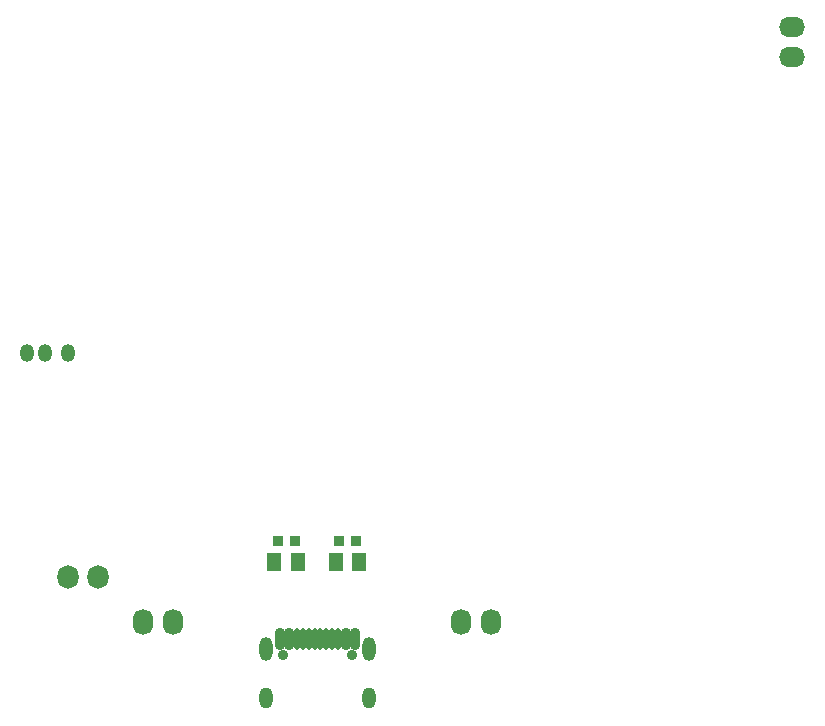
<source format=gbs>
G04*
G04 #@! TF.GenerationSoftware,Altium Limited,Altium Designer,22.1.2 (22)*
G04*
G04 Layer_Color=16711935*
%FSLAX44Y44*%
%MOMM*%
G71*
G04*
G04 #@! TF.SameCoordinates,7F6DEDBC-D18B-47E0-87DD-0464843C39CA*
G04*
G04*
G04 #@! TF.FilePolarity,Negative*
G04*
G01*
G75*
%ADD69R,0.8620X0.8620*%
%ADD72R,1.2032X1.5032*%
%ADD103O,1.1032X1.8032*%
%ADD104O,1.1032X2.0032*%
%ADD105O,2.2032X1.7032*%
%ADD106O,1.7032X2.2032*%
%ADD107O,1.8032X2.0032*%
%ADD108C,0.9032*%
%ADD126O,1.2032X1.5032*%
G04:AMPARAMS|DCode=127|XSize=1.8032mm|YSize=0.5032mm|CornerRadius=0.1766mm|HoleSize=0mm|Usage=FLASHONLY|Rotation=90.000|XOffset=0mm|YOffset=0mm|HoleType=Round|Shape=RoundedRectangle|*
%AMROUNDEDRECTD127*
21,1,1.8032,0.1500,0,0,90.0*
21,1,1.4500,0.5032,0,0,90.0*
1,1,0.3532,0.0750,0.7250*
1,1,0.3532,0.0750,-0.7250*
1,1,0.3532,-0.0750,-0.7250*
1,1,0.3532,-0.0750,0.7250*
%
%ADD127ROUNDEDRECTD127*%
G04:AMPARAMS|DCode=128|XSize=1.8032mm|YSize=0.8032mm|CornerRadius=0.2516mm|HoleSize=0mm|Usage=FLASHONLY|Rotation=90.000|XOffset=0mm|YOffset=0mm|HoleType=Round|Shape=RoundedRectangle|*
%AMROUNDEDRECTD128*
21,1,1.8032,0.3000,0,0,90.0*
21,1,1.3000,0.8032,0,0,90.0*
1,1,0.5032,0.1500,0.6500*
1,1,0.5032,0.1500,-0.6500*
1,1,0.5032,-0.1500,-0.6500*
1,1,0.5032,-0.1500,0.6500*
%
%ADD128ROUNDEDRECTD128*%
D69*
X481218Y144526D02*
D03*
X467218D02*
D03*
X518780D02*
D03*
X532780D02*
D03*
D72*
X463964Y126746D02*
D03*
X483964D02*
D03*
X535780Y126746D02*
D03*
X515780D02*
D03*
D103*
X543630Y11576D02*
D03*
X457130D02*
D03*
D104*
Y53376D02*
D03*
X543630D02*
D03*
D105*
X902462Y579882D02*
D03*
Y554482D02*
D03*
D106*
X647700Y75946D02*
D03*
X622300D02*
D03*
X377952D02*
D03*
X352552D02*
D03*
D107*
X314198Y113792D02*
D03*
X288798D02*
D03*
D108*
X471590Y48257D02*
D03*
X529248D02*
D03*
D126*
X289052Y304038D02*
D03*
X270002D02*
D03*
X254254D02*
D03*
D127*
X512880Y61576D02*
D03*
X502880D02*
D03*
X497880D02*
D03*
X487880D02*
D03*
X482880D02*
D03*
X492880D02*
D03*
X507880D02*
D03*
X517880D02*
D03*
D128*
X468380D02*
D03*
X476380D02*
D03*
X532380D02*
D03*
X524380D02*
D03*
M02*

</source>
